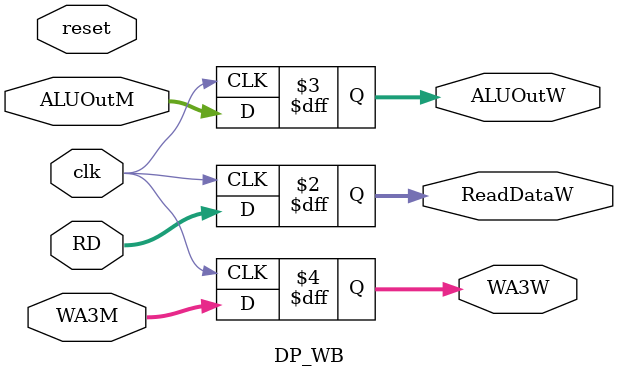
<source format=v>
module DP_IF(
	input clk, reset,
	input [31:0] PC,
	output reg [31:0] PCF
);

	initial begin
		PCF <= 32'h0;
	end

	always @(posedge clk or posedge reset) begin
		if(reset == 1'b1)
			PCF <= 32'h0;
		else
			PCF <= PC;
	end

endmodule

module DP_ID(
	input clk, reset,
	input [31:0] InstrF,
	output reg [1:0] Op,
	output reg [5:0] Funct,
	output reg [3:0] Rd,
	output reg [3:0] Cond,
	output reg [3:0] Rn,
	output reg [3:0] Rm,
	output reg [23:0] Inst23
);

	always @(posedge clk) begin
		Op <= InstrF[27:26];
		Funct <= InstrF[25:20];
		Rd <= InstrF[15:12];
		Cond <= InstrF[31:28];
		Rn <= InstrF[19:16];
		Rm <= InstrF[3:0];
		Inst23 <= InstrF[23:0];
	end

endmodule

module DP_EX(
	input clk, reset,
	input [31:0] RD1,	
	input [31:0] RD2,
	input [3:0] WA3D,
	input [31:0] ExtImm,
	output reg [31:0] SrcAE,
	output reg [31:0] WriteDataE,
	output reg [3:0] WA3E,
	output reg [31:0] ExtImmE
);

	always @(posedge clk) begin
		SrcAE <= RD1;
		WriteDataE <= RD2;
		WA3E <= WA3D;
		ExtImmE <= ExtImm;
	end

endmodule

module DP_MEM(
	input clk, reset,
	input [31:0] ALUResultE,	
	input [31:0] WriteDataE,
	input [3:0] WA3E,
	output reg [31:0] A,
	output reg [31:0] WD,
	output reg [3:0] WA3M
);

	always @(posedge clk) begin
		A <= ALUResultE;
		WD <= WriteDataE;
		WA3M <= WA3E;
	end

endmodule

module DP_WB(
	input clk, reset,
	input [31:0] RD,	
	input [31:0] ALUOutM,
	input [3:0] WA3M,
	output reg [31:0] ReadDataW,
	output reg [31:0] ALUOutW,
	output reg [3:0] WA3W
);

	always @(posedge clk) begin
		ReadDataW <= RD;
		ALUOutW <= ALUOutM;
		WA3W <= WA3M;
	end

endmodule


	
</source>
